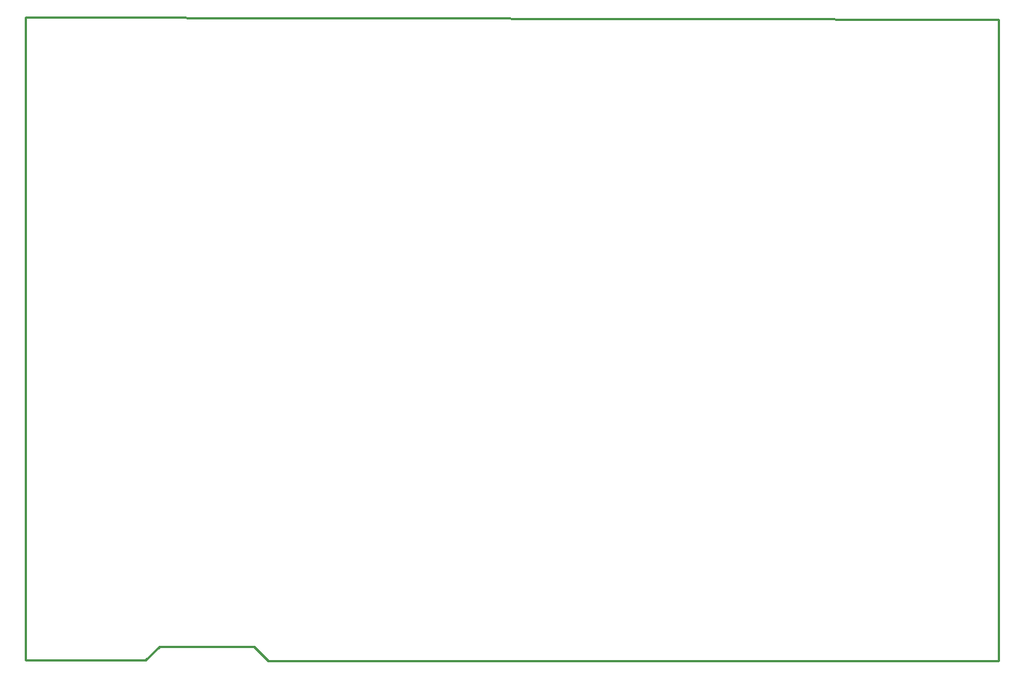
<source format=gko>
G04 Layer: BoardOutlineLayer*
G04 EasyEDA Pro v2.1.57.773a98f1.225d47, 2025-02-25 21:56:38*
G04 Gerber Generator version 0.3*
G04 Scale: 100 percent, Rotated: No, Reflected: No*
G04 Dimensions in millimeters*
G04 Leading zeros omitted, absolute positions, 3 integers and 5 decimals*
%FSLAX35Y35*%
%MOMM*%
%ADD10C,0.254*%
G75*


G04 PolygonModel Start*
G54D10*
G01X15000000Y-1260998D02*
G01X15000000Y5996869D01*
G01X4000000Y6023298D01*
G01Y-1250000D01*
G01X5351981D01*
G01X5514989Y-1098998D01*
G01X6584979D01*
G01X6738576Y-1260998D01*
G01X15000000D01*
G04 PolygonModel End*

M02*

</source>
